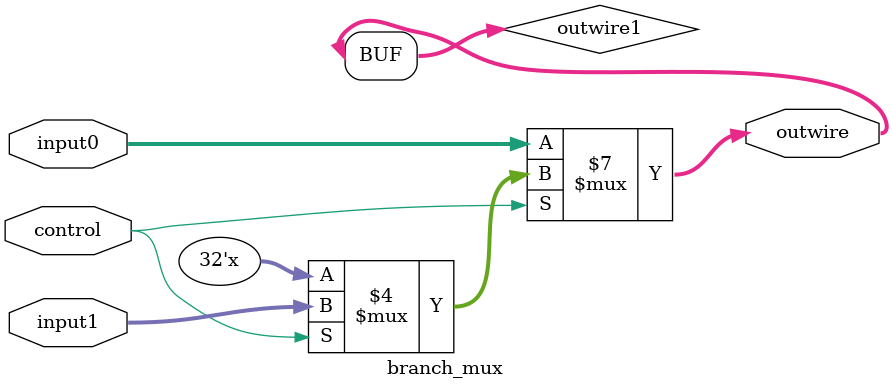
<source format=v>
`timescale 1ns / 1ps


module branch_mux(
    input wire control,
    input wire [31:0] input0,
    input wire [31:0] input1,
    output wire [31:0] outwire
    );
    reg [31:0] outwire1;
    //state machine that switch the output
    always @(*) begin
    if (control==0) outwire1<=input0;
    else if(control==1) outwire1<=input1;
    end
    assign outwire=outwire1;
endmodule

</source>
